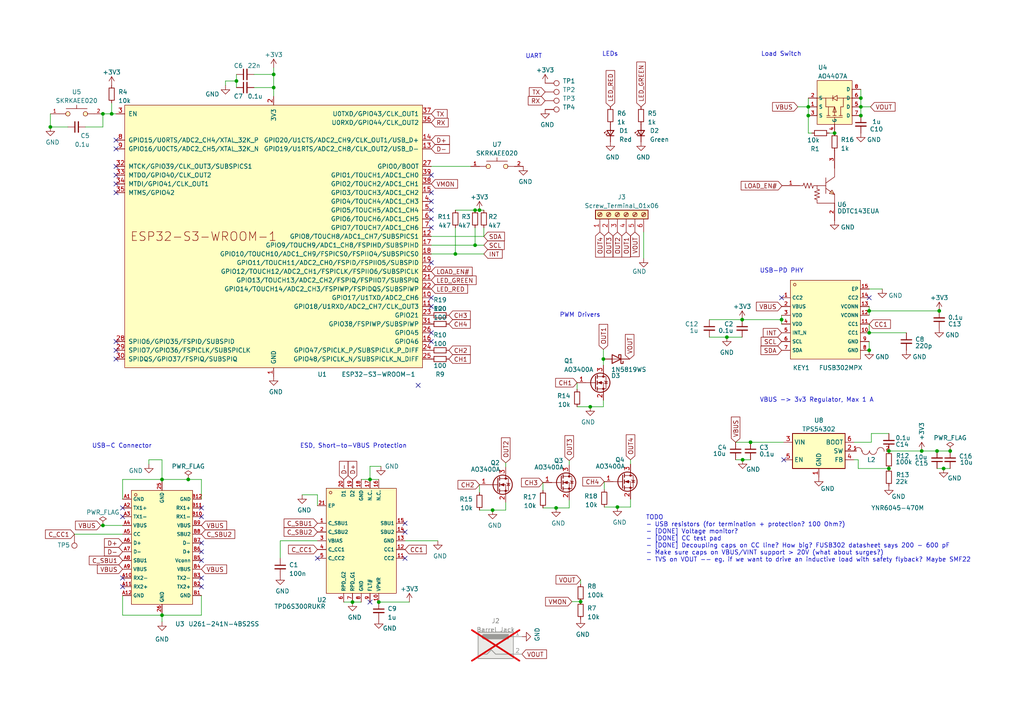
<source format=kicad_sch>
(kicad_sch (version 20230121) (generator eeschema)
  (paper "A4")
  (title_block (title "gimme-danger") (date "2024-03-08") (rev "0.0.1a") (company "rbaron.net"))
  (junction (at 14.605 36.83))
  (junction (at 242.062 38.608))
  (junction (at 179.07 147.066))
  (junction (at 29.845 152.4))
  (junction (at 267.335 130.81))
  (junction (at 275.59 130.81))
  (junction (at 32.385 33.02))
  (junction (at 249.682 28.448))
  (junction (at 226.695 92.71))
  (junction (at 252.095 90.17))
  (junction (at 273.685 135.89))
  (junction (at 137.795 71.12))
  (junction (at 46.99 139.065))
  (junction (at 79.375 21.59))
  (junction (at 217.678 128.27))
  (junction (at 249.682 30.988))
  (junction (at 257.81 135.89))
  (junction (at 79.375 25.4))
  (junction (at 171.196 117.983))
  (junction (at 68.58 23.495))
  (junction (at 234.442 30.988))
  (junction (at 234.442 33.528))
  (junction (at 210.82 97.79))
  (junction (at 161.29 147.32))
  (junction (at 175.006 104.14))
  (junction (at 139.065 60.96))
  (junction (at 215.265 92.71))
  (junction (at 132.08 73.66))
  (junction (at 109.855 174.625))
  (junction (at 257.81 130.81))
  (junction (at 54.61 139.065))
  (junction (at 271.78 130.81))
  (junction (at 252.095 101.6))
  (junction (at 272.415 90.17))
  (junction (at 252.095 96.52))
  (junction (at 142.875 147.955))
  (junction (at 168.402 174.498))
  (junction (at 46.99 178.435))
  (junction (at 249.682 33.528))
  (junction (at 107.315 139.065))
  (junction (at 215.392 133.35))
  (junction (at 29.845 33.02))
  (junction (at 102.235 174.625))
  (junction (at 137.795 60.96))
  (no_connect (at 33.655 99.06))
  (no_connect (at 33.655 40.64))
  (no_connect (at 35.56 147.32))
  (no_connect (at 121.285 111.76))
  (no_connect (at 35.56 167.64))
  (no_connect (at 125.095 63.5))
  (no_connect (at 92.075 161.925))
  (no_connect (at 33.655 53.34))
  (no_connect (at 125.095 99.06))
  (no_connect (at 252.095 86.36))
  (no_connect (at 58.42 147.32))
  (no_connect (at 227.33 133.35))
  (no_connect (at 33.655 101.6))
  (no_connect (at 117.475 154.305))
  (no_connect (at 58.42 170.18))
  (no_connect (at 58.42 167.64))
  (no_connect (at 125.095 50.8))
  (no_connect (at 125.095 55.88))
  (no_connect (at 125.095 86.36))
  (no_connect (at 33.655 50.8))
  (no_connect (at 33.655 104.14))
  (no_connect (at 33.655 43.18))
  (no_connect (at 125.095 76.2))
  (no_connect (at 125.095 66.04))
  (no_connect (at 58.42 162.56))
  (no_connect (at 33.655 55.88))
  (no_connect (at 125.095 88.9))
  (no_connect (at 107.315 174.625))
  (no_connect (at 35.56 149.86))
  (no_connect (at 58.42 157.48))
  (no_connect (at 125.095 58.42))
  (no_connect (at 33.655 48.26))
  (no_connect (at 35.56 170.18))
  (no_connect (at 117.475 151.765))
  (no_connect (at 226.695 86.36))
  (no_connect (at 125.095 96.52))
  (no_connect (at 117.475 161.925))
  (no_connect (at 125.095 60.96))
  (no_connect (at 58.42 160.02))
  (no_connect (at 58.42 149.86))
  (wire (pts (xy 35.56 178.435) (xy 46.99 178.435)))
  (wire (pts (xy 252.73 125.73) (xy 257.81 125.73)))
  (wire (pts (xy 68.58 21.59) (xy 68.58 23.495)))
  (wire (pts (xy 182.88 147.066) (xy 182.88 144.78)))
  (wire (pts (xy 231.394 30.988) (xy 234.442 30.988)))
  (wire (pts (xy 14.605 36.83) (xy 19.685 36.83)))
  (wire (pts (xy 140.335 66.04) (xy 140.335 68.58)))
  (wire (pts (xy 161.29 147.32) (xy 165.1 147.32)))
  (wire (pts (xy 46.99 178.435) (xy 58.42 178.435)))
  (wire (pts (xy 175.006 117.983) (xy 175.006 116.078)))
  (wire (pts (xy 249.682 30.988) (xy 249.682 33.528)))
  (wire (pts (xy 248.92 135.89) (xy 257.81 135.89)))
  (wire (pts (xy 32.385 29.845) (xy 32.385 33.02)))
  (wire (pts (xy 252.73 128.27) (xy 252.73 125.73)))
  (wire (pts (xy 247.65 133.35) (xy 248.92 133.35)))
  (wire (pts (xy 213.36 133.35) (xy 215.392 133.35)))
  (wire (pts (xy 73.66 21.59) (xy 79.375 21.59)))
  (wire (pts (xy 215.265 92.71) (xy 226.695 92.71)))
  (wire (pts (xy 54.61 139.065) (xy 58.42 139.065)))
  (wire (pts (xy 267.335 130.81) (xy 271.78 130.81)))
  (wire (pts (xy 65.405 23.495) (xy 68.58 23.495)))
  (wire (pts (xy 234.442 28.448) (xy 234.442 30.988)))
  (wire (pts (xy 125.095 71.12) (xy 137.795 71.12)))
  (wire (pts (xy 73.66 25.4) (xy 79.375 25.4)))
  (wire (pts (xy 252.095 96.52) (xy 262.89 96.52)))
  (wire (pts (xy 252.095 90.17) (xy 272.415 90.17)))
  (wire (pts (xy 81.28 161.925) (xy 81.28 156.845)))
  (wire (pts (xy 107.315 135.255) (xy 110.49 135.255)))
  (wire (pts (xy 234.442 33.528) (xy 234.442 38.608)))
  (wire (pts (xy 107.315 139.065) (xy 109.855 139.065)))
  (wire (pts (xy 35.56 172.72) (xy 35.56 178.435)))
  (wire (pts (xy 68.58 23.495) (xy 68.58 25.4)))
  (wire (pts (xy 107.315 139.065) (xy 107.315 135.255)))
  (wire (pts (xy 257.81 130.81) (xy 267.335 130.81)))
  (wire (pts (xy 24.765 36.83) (xy 29.845 36.83)))
  (wire (pts (xy 165.1 147.32) (xy 165.1 145.034)))
  (wire (pts (xy 29.845 152.4) (xy 35.56 152.4)))
  (wire (pts (xy 125.095 73.66) (xy 132.08 73.66)))
  (wire (pts (xy 167.386 117.983) (xy 171.196 117.983)))
  (wire (pts (xy 168.402 168.148) (xy 168.402 169.418)))
  (wire (pts (xy 179.07 147.066) (xy 182.88 147.066)))
  (wire (pts (xy 157.48 147.32) (xy 161.29 147.32)))
  (wire (pts (xy 249.682 28.448) (xy 249.682 30.988)))
  (wire (pts (xy 247.65 128.27) (xy 252.73 128.27)))
  (wire (pts (xy 132.08 60.96) (xy 137.795 60.96)))
  (wire (pts (xy 35.56 144.78) (xy 35.56 139.065)))
  (wire (pts (xy 205.74 97.79) (xy 210.82 97.79)))
  (wire (pts (xy 99.695 174.625) (xy 102.235 174.625)))
  (wire (pts (xy 175.006 101.346) (xy 175.006 104.14)))
  (wire (pts (xy 79.375 19.685) (xy 79.375 21.59)))
  (wire (pts (xy 217.678 128.27) (xy 227.33 128.27)))
  (wire (pts (xy 137.795 66.04) (xy 137.795 71.12)))
  (wire (pts (xy 46.99 139.065) (xy 46.99 139.7)))
  (wire (pts (xy 46.99 139.065) (xy 54.61 139.065)))
  (wire (pts (xy 137.795 60.96) (xy 139.065 60.96)))
  (wire (pts (xy 46.99 178.435) (xy 46.99 180.34)))
  (wire (pts (xy 132.08 66.04) (xy 132.08 73.66)))
  (wire (pts (xy 167.386 110.998) (xy 167.386 112.903)))
  (wire (pts (xy 226.695 91.44) (xy 226.695 92.71)))
  (wire (pts (xy 139.065 60.96) (xy 140.335 60.96)))
  (wire (pts (xy 43.18 134.62) (xy 43.18 133.35)))
  (wire (pts (xy 29.21 33.02) (xy 29.845 33.02)))
  (wire (pts (xy 175.26 147.066) (xy 179.07 147.066)))
  (wire (pts (xy 81.28 156.845) (xy 92.075 156.845)))
  (wire (pts (xy 32.385 33.02) (xy 33.655 33.02)))
  (wire (pts (xy 87.63 143.51) (xy 92.075 143.51)))
  (wire (pts (xy 139.065 147.955) (xy 142.875 147.955)))
  (wire (pts (xy 142.875 147.955) (xy 146.685 147.955)))
  (wire (pts (xy 210.82 97.79) (xy 215.265 97.79)))
  (wire (pts (xy 132.08 73.66) (xy 140.335 73.66)))
  (wire (pts (xy 46.99 177.8) (xy 46.99 178.435)))
  (wire (pts (xy 146.685 134.239) (xy 146.685 135.509)))
  (wire (pts (xy 65.405 24.765) (xy 65.405 23.495)))
  (wire (pts (xy 175.26 139.7) (xy 175.26 141.986)))
  (wire (pts (xy 249.682 28.448) (xy 249.682 25.908)))
  (wire (pts (xy 252.095 90.17) (xy 252.095 91.44)))
  (wire (pts (xy 29.21 152.4) (xy 29.845 152.4)))
  (wire (pts (xy 226.695 92.71) (xy 226.695 93.98)))
  (wire (pts (xy 165.862 174.498) (xy 168.402 174.498)))
  (wire (pts (xy 205.74 92.71) (xy 215.265 92.71)))
  (wire (pts (xy 252.095 83.82) (xy 255.905 83.82)))
  (wire (pts (xy 165.1 133.604) (xy 165.1 134.874)))
  (wire (pts (xy 235.458 38.608) (xy 234.442 38.608)))
  (wire (pts (xy 139.065 140.589) (xy 139.065 142.875)))
  (wire (pts (xy 213.36 128.27) (xy 217.678 128.27)))
  (wire (pts (xy 92.075 146.685) (xy 92.075 143.51)))
  (wire (pts (xy 104.775 139.065) (xy 107.315 139.065)))
  (wire (pts (xy 182.88 133.35) (xy 182.88 134.62)))
  (wire (pts (xy 137.795 71.12) (xy 140.335 71.12)))
  (wire (pts (xy 46.99 133.35) (xy 46.99 139.065)))
  (wire (pts (xy 175.006 104.14) (xy 175.006 105.918)))
  (wire (pts (xy 157.48 139.954) (xy 157.48 142.24)))
  (wire (pts (xy 102.235 174.625) (xy 104.775 174.625)))
  (wire (pts (xy 252.095 93.98) (xy 252.095 96.52)))
  (wire (pts (xy 79.375 21.59) (xy 79.375 25.4)))
  (wire (pts (xy 79.375 25.4) (xy 79.375 27.94)))
  (wire (pts (xy 14.605 33.02) (xy 14.605 36.83)))
  (wire (pts (xy 21.59 154.94) (xy 35.56 154.94)))
  (wire (pts (xy 171.196 117.983) (xy 175.006 117.983)))
  (wire (pts (xy 240.538 38.608) (xy 242.062 38.608)))
  (wire (pts (xy 29.845 33.02) (xy 32.385 33.02)))
  (wire (pts (xy 109.855 174.625) (xy 118.745 174.625)))
  (wire (pts (xy 35.56 139.065) (xy 46.99 139.065)))
  (wire (pts (xy 58.42 172.72) (xy 58.42 178.435)))
  (wire (pts (xy 125.095 68.58) (xy 140.335 68.58)))
  (wire (pts (xy 125.095 48.26) (xy 136.525 48.26)))
  (wire (pts (xy 271.78 135.89) (xy 273.685 135.89)))
  (wire (pts (xy 234.442 33.528) (xy 234.442 30.988)))
  (wire (pts (xy 58.42 139.065) (xy 58.42 144.78)))
  (wire (pts (xy 43.18 133.35) (xy 46.99 133.35)))
  (wire (pts (xy 252.095 88.9) (xy 252.095 90.17)))
  (wire (pts (xy 29.845 36.83) (xy 29.845 33.02)))
  (wire (pts (xy 249.682 30.988) (xy 252.476 30.988)))
  (wire (pts (xy 273.685 135.89) (xy 275.59 135.89)))
  (wire (pts (xy 248.92 133.35) (xy 248.92 135.89)))
  (wire (pts (xy 186.69 67.31) (xy 186.69 74.93)))
  (wire (pts (xy 146.685 147.955) (xy 146.685 145.669)))
  (wire (pts (xy 215.392 133.35) (xy 217.678 133.35)))
  (wire (pts (xy 271.78 130.81) (xy 275.59 130.81)))
  (wire (pts (xy 117.475 156.845) (xy 127 156.845)))
  (wire (pts (xy 252.095 99.06) (xy 252.095 101.6)))
  (text "ESD, Short-to-VBUS Protection" (at 86.995 130.175 0) (effects (font (size 1.27 1.27)) (justify left bottom)))
  (text "UART" (at 152.4 17.145 0) (effects (font (size 1.27 1.27)) (justify left bottom)))
  (text "USB-C Connector" (at 26.67 130.175 0) (effects (font (size 1.27 1.27)) (justify left bottom)))
  (text "VBUS -> 3v3 Regulator, Max 1 A" (at 220.345 116.84 0) (effects (font (size 1.27 1.27)) (justify left bottom)))
  (text "PWM Drivers" (at 162.306 92.202 0) (effects (font (size 1.27 1.27)) (justify left bottom)))
  (text "LEDs" (at 174.625 16.51 0) (effects (font (size 1.27 1.27)) (justify left bottom)))
  (text "Load Switch" (at 220.726 16.51 0) (effects (font (size 1.27 1.27)) (justify left bottom)))
  (text "TODO\n- USB resistors (for termination + protection? 100 Ohm?)\n- [DONE] Voltage monitor?\n- [DONE] CC test pad\n- [DONE] Decoupling caps on CC line? How big? FUSB302 datasheet says 200 - 600 pF\n- Make sure caps on VBUS/VINT support > 20V (what about surges?)\n- TVS on VOUT -- eg. if we want to drive an inductive load with safety flyback? Maybe SMF22" (at 187.325 163.195 0) (effects (font (size 1.27 1.27)) (justify left bottom)))
  (text "USB-PD PHY" (at 220.345 79.375 0) (effects (font (size 1.27 1.27)) (justify left bottom)))
  (global_label "CH4" (shape input) (at 175.26 139.7 180) (property "Intersheetrefs" "${INTERSHEET_REFS}" (effects hide)))
  (global_label "TX" (shape input) (at 125.095 33.02 0) (property "Intersheetrefs" "${INTERSHEET_REFS}" (effects hide)))
  (global_label "CH4" (shape input) (at 130.175 93.98 0) (property "Intersheetrefs" "${INTERSHEET_REFS}" (effects hide)))
  (global_label "CC1" (shape input) (at 117.475 159.385 0) (property "Intersheetrefs" "${INTERSHEET_REFS}" (effects hide)))
  (global_label "TX" (shape input) (at 158.115 26.67 180) (property "Intersheetrefs" "${INTERSHEET_REFS}" (effects hide)))
  (global_label "CH1" (shape input) (at 167.386 110.998 180) (property "Intersheetrefs" "${INTERSHEET_REFS}" (effects hide)))
  (global_label "OUT4" (shape input) (at 182.88 133.35 90) (property "Intersheetrefs" "${INTERSHEET_REFS}" (effects hide)))
  (global_label "VMON" (shape input) (at 165.862 174.498 180) (property "Intersheetrefs" "${INTERSHEET_REFS}" (effects hide)))
  (global_label "OUT3" (shape input) (at 165.1 133.604 90) (property "Intersheetrefs" "${INTERSHEET_REFS}" (effects hide)))
  (global_label "RX" (shape input) (at 158.115 29.21 180) (property "Intersheetrefs" "${INTERSHEET_REFS}" (effects hide)))
  (global_label "OUT1" (shape input) (at 181.61 67.31 270) (property "Intersheetrefs" "${INTERSHEET_REFS}" (effects hide)))
  (global_label "CH2" (shape input) (at 139.065 140.589 180) (property "Intersheetrefs" "${INTERSHEET_REFS}" (effects hide)))
  (global_label "VBUS" (shape input) (at 231.394 30.988 180) (property "Intersheetrefs" "${INTERSHEET_REFS}" (effects hide)))
  (global_label "VOUT" (shape input) (at 151.384 189.738 0) (property "Intersheetrefs" "${INTERSHEET_REFS}" (effects hide)))
  (global_label "LED_RED" (shape input) (at 177.038 30.988 90) (property "Intersheetrefs" "${INTERSHEET_REFS}" (effects hide)))
  (global_label "INT" (shape input) (at 140.335 73.66 0) (property "Intersheetrefs" "${INTERSHEET_REFS}" (effects hide)))
  (global_label "OUT3" (shape input) (at 176.53 67.31 270) (property "Intersheetrefs" "${INTERSHEET_REFS}" (effects hide)))
  (global_label "OUT2" (shape input) (at 179.07 67.31 270) (property "Intersheetrefs" "${INTERSHEET_REFS}" (effects hide)))
  (global_label "CH3" (shape input) (at 130.175 91.44 0) (property "Intersheetrefs" "${INTERSHEET_REFS}" (effects hide)))
  (global_label "D-" (shape input) (at 125.095 43.18 0) (property "Intersheetrefs" "${INTERSHEET_REFS}" (effects hide)))
  (global_label "LED_RED" (shape input) (at 125.095 83.82 0) (property "Intersheetrefs" "${INTERSHEET_REFS}" (effects hide)))
  (global_label "VBUS" (shape input) (at 213.36 128.27 90) (property "Intersheetrefs" "${INTERSHEET_REFS}" (effects hide)))
  (global_label "LOAD_EN#" (shape input) (at 125.095 78.74 0) (property "Intersheetrefs" "${INTERSHEET_REFS}" (effects hide)))
  (global_label "LED_GREEN" (shape input) (at 125.095 81.28 0) (property "Intersheetrefs" "${INTERSHEET_REFS}" (effects hide)))
  (global_label "C_CC1" (shape input) (at 21.59 154.94 180) (property "Intersheetrefs" "${INTERSHEET_REFS}" (effects hide)))
  (global_label "SCL" (shape input) (at 226.695 99.06 180) (property "Intersheetrefs" "${INTERSHEET_REFS}" (effects hide)))
  (global_label "SDA" (shape input) (at 226.695 101.6 180) (property "Intersheetrefs" "${INTERSHEET_REFS}" (effects hide)))
  (global_label "VBUS" (shape input) (at 35.56 165.1 180) (property "Intersheetrefs" "${INTERSHEET_REFS}" (effects hide)))
  (global_label "VBUS" (shape input) (at 58.42 165.1 0) (property "Intersheetrefs" "${INTERSHEET_REFS}" (effects hide)))
  (global_label "CC1" (shape input) (at 252.095 94.0209 0) (property "Intersheetrefs" "${INTERSHEET_REFS}" (effects hide)))
  (global_label "D+" (shape input) (at 35.56 157.48 180) (property "Intersheetrefs" "${INTERSHEET_REFS}" (effects hide)))
  (global_label "CH3" (shape input) (at 157.48 139.954 180) (property "Intersheetrefs" "${INTERSHEET_REFS}" (effects hide)))
  (global_label "C_SBU2" (shape input) (at 58.42 154.94 0) (property "Intersheetrefs" "${INTERSHEET_REFS}" (effects hide)))
  (global_label "C_CC1" (shape input) (at 92.075 159.385 180) (property "Intersheetrefs" "${INTERSHEET_REFS}" (effects hide)))
  (global_label "RX" (shape input) (at 125.095 35.56 0) (property "Intersheetrefs" "${INTERSHEET_REFS}" (effects hide)))
  (global_label "CH1" (shape input) (at 130.175 104.14 0) (property "Intersheetrefs" "${INTERSHEET_REFS}" (effects hide)))
  (global_label "D-" (shape input) (at 99.695 139.065 90) (property "Intersheetrefs" "${INTERSHEET_REFS}" (effects hide)))
  (global_label "INT" (shape input) (at 226.695 96.52 180) (property "Intersheetrefs" "${INTERSHEET_REFS}" (effects hide)))
  (global_label "VMON" (shape input) (at 125.095 53.34 0) (property "Intersheetrefs" "${INTERSHEET_REFS}" (effects hide)))
  (global_label "OUT2" (shape input) (at 146.685 134.239 90) (property "Intersheetrefs" "${INTERSHEET_REFS}" (effects hide)))
  (global_label "LED_GREEN" (shape input) (at 185.928 30.988 90) (property "Intersheetrefs" "${INTERSHEET_REFS}" (effects hide)))
  (global_label "VBUS" (shape input) (at 226.695 88.9 180) (property "Intersheetrefs" "${INTERSHEET_REFS}" (effects hide)))
  (global_label "VOUT" (shape input) (at 184.15 67.31 270) (property "Intersheetrefs" "${INTERSHEET_REFS}" (effects hide)))
  (global_label "LOAD_EN#" (shape input) (at 226.822 53.848 180) (property "Intersheetrefs" "${INTERSHEET_REFS}" (effects hide)))
  (global_label "VOUT" (shape input) (at 168.402 168.148 180) (property "Intersheetrefs" "${INTERSHEET_REFS}" (effects hide)))
  (global_label "SDA" (shape input) (at 140.335 68.58 0) (property "Intersheetrefs" "${INTERSHEET_REFS}" (effects hide)))
  (global_label "VBUS" (shape input) (at 29.21 152.4 180) (property "Intersheetrefs" "${INTERSHEET_REFS}" (effects hide)))
  (global_label "VOUT" (shape input) (at 182.626 104.14 90) (property "Intersheetrefs" "${INTERSHEET_REFS}" (effects hide)))
  (global_label "D-" (shape input) (at 35.56 160.02 180) (property "Intersheetrefs" "${INTERSHEET_REFS}" (effects hide)))
  (global_label "SCL" (shape input) (at 140.335 71.12 0) (property "Intersheetrefs" "${INTERSHEET_REFS}" (effects hide)))
  (global_label "C_SBU1" (shape input) (at 92.075 151.765 180) (property "Intersheetrefs" "${INTERSHEET_REFS}" (effects hide)))
  (global_label "D+" (shape input) (at 102.235 139.065 90) (property "Intersheetrefs" "${INTERSHEET_REFS}" (effects hide)))
  (global_label "D+" (shape input) (at 125.095 40.64 0) (property "Intersheetrefs" "${INTERSHEET_REFS}" (effects hide)))
  (global_label "C_SBU2" (shape input) (at 92.075 154.305 180) (property "Intersheetrefs" "${INTERSHEET_REFS}" (effects hide)))
  (global_label "C_SBU1" (shape input) (at 35.56 162.56 180) (property "Intersheetrefs" "${INTERSHEET_REFS}" (effects hide)))
  (global_label "OUT1" (shape input) (at 175.006 101.346 90) (property "Intersheetrefs" "${INTERSHEET_REFS}" (effects hide)))
  (global_label "VBUS" (shape input) (at 58.42 152.4 0) (property "Intersheetrefs" "${INTERSHEET_REFS}" (effects hide)))
  (global_label "CH2" (shape input) (at 130.175 101.6 0) (property "Intersheetrefs" "${INTERSHEET_REFS}" (effects hide)))
  (global_label "VOUT" (shape input) (at 252.476 30.988 0) (property "Intersheetrefs" "${INTERSHEET_REFS}" (effects hide)))
  (global_label "OUT4" (shape input) (at 173.99 67.31 270) (property "Intersheetrefs" "${INTERSHEET_REFS}" (effects hide)))
  (symbol (lib_id "Device:R_Small") (at 167.386 115.443 0) (mirror y) (unit 1)
    (property "Reference" "R14" (at 165.481 114.808 0) (effects (justify left)))
    (property "Value" "10k" (at 165.481 117.348 0) (effects (justify left)))
    (property "Footprint" "Resistor_SMD:R_0402_1005Metric" (effects hide))
    (property "LCSC" "C25744" (effects hide))
  )
  (symbol (lib_id "Device:R_Small") (at 175.26 144.526 0) (mirror y) (unit 1)
    (property "Reference" "R18" (at 173.355 143.891 0) (effects (justify left)))
    (property "Value" "10k" (at 173.355 146.431 0) (effects (justify left)))
    (property "Footprint" "Resistor_SMD:R_0402_1005Metric" (effects hide))
    (property "LCSC" "C25744" (effects hide))
  )
  (symbol (lib_id "PCM_Espressif:ESP32-S3-WROOM-1") (at 79.375 68.58 0) (unit 1) (in_bom no)
    (property "Reference" "U1" (at 92.075 108.585 0) (effects (justify left)))
    (property "Value" "ESP32-S3-WROOM-1" (at 99.06 108.585 0) (effects (justify left)))
    (property "Footprint" "PCM_Espressif:ESP32-S3-WROOM-1" (effects hide))
    (property "Datasheet" "https://www.espressif.com/sites/default/files/documentation/esp32-s3-wroom-1_wroom-1u_datasheet_en.pdf" (effects hide))
  )
  (symbol (lib_id "Connector:Barrel_Jack") (at 143.764 187.198 0) (unit 1) (on_board no) (dnp yes)
    (property "Reference" "J2" (at 143.764 180.086 0))
    (property "Value" "Barrel_Jack" (at 143.764 182.626 0))
  )
  (symbol (lib_id "power:PWR_FLAG") (at 54.61 139.065 0) (unit 1)
    (property "Reference" "#FLG03" (effects hide))
    (property "Value" "PWR_FLAG" (at 54.61 135.255 0))
  )
  (symbol (lib_id "power:GND") (at 273.685 135.89 0) (unit 1)
    (property "Reference" "#PWR021" (effects hide))
    (property "Value" "GND" (at 276.86 138.684 0))
  )
  (symbol (lib_id "Device:R_Small") (at 127.635 91.44 90) (mirror x) (unit 1)
    (property "Reference" "R19" (at 127.635 86.995 90))
    (property "Value" "100" (at 127.635 89.535 90))
    (property "Footprint" "Resistor_SMD:R_0402_1005Metric" (effects hide))
    (property "LCSC" "C25076" (effects hide))
  )
  (symbol (lib_id "Connector:TestPoint") (at 158.115 31.75 270) (unit 1) (in_bom no)
    (property "Reference" "TP4" (at 163.195 31.115 90) (effects (justify left)))
    (property "Value" "3v3" (effects hide))
    (property "Footprint" "TestPoint:TestPoint_Pad_D1.0mm" (effects hide))
  )
  (symbol (lib_id "Device:C_Small") (at 272.415 92.71 0) (mirror x) (unit 1)
    (property "Reference" "C13" (at 274.955 93.98 0) (effects (justify left)))
    (property "Value" "0.1u" (at 274.955 92.075 0) (effects (justify left)))
    (property "Footprint" "Capacitor_SMD:C_0402_1005Metric" (effects hide))
    (property "LCSC" "C307331" (effects hide))
  )
  (symbol (lib_id "power:GND") (at 151.765 48.26 0) (unit 1)
    (property "Reference" "#PWR030" (effects hide))
    (property "Value" "GND" (at 152.4 52.705 0))
  )
  (symbol (lib_id "Device:R_Small") (at 257.81 133.35 0) (unit 1)
    (property "Reference" "R12" (at 259.842 132.207 0) (effects (justify left)))
    (property "Value" "100k" (at 259.715 133.985 0) (effects (justify left)))
    (property "Footprint" "Resistor_SMD:R_0402_1005Metric" (effects hide))
    (property "LCSC" "C25741" (effects hide))
  )
  (symbol (lib_id "power:+3V3") (at 32.385 24.765 0) (unit 1)
    (property "Reference" "#PWR027" (effects hide))
    (property "Value" "+3V3" (at 32.385 20.955 0))
  )
  (symbol (lib_id "power:GND") (at 87.63 143.51 0) (unit 1)
    (property "Reference" "#PWR05" (effects hide))
    (property "Value" "GND" (at 88.265 147.955 0))
  )
  (symbol (lib_id "power:GND") (at 43.18 134.62 0) (unit 1)
    (property "Reference" "#PWR02" (effects hide))
    (property "Value" "GND" (at 39.37 136.525 0))
  )
  (symbol (lib_id "power:GND") (at 79.375 109.22 0) (unit 1)
    (property "Reference" "#PWR028" (effects hide))
    (property "Value" "GND" (at 80.01 113.665 0))
  )
  (symbol (lib_id "Connector:TestPoint") (at 158.115 24.13 270) (unit 1) (in_bom no)
    (property "Reference" "TP1" (at 163.195 23.495 90) (effects (justify left)))
    (property "Value" "3v3" (effects hide))
    (property "Footprint" "TestPoint:TestPoint_Pad_D1.0mm" (effects hide))
  )
  (symbol (lib_id "power:GND") (at 237.49 138.43 0) (unit 1)
    (property "Reference" "#PWR019" (effects hide))
    (property "Value" "GND" (at 240.03 141.732 0))
  )
  (symbol (lib_id "Connector:TestPoint") (at 158.115 29.21 270) (unit 1) (in_bom no)
    (property "Reference" "TP3" (at 163.195 28.575 90) (effects (justify left)))
    (property "Value" "3v3" (effects hide))
    (property "Footprint" "TestPoint:TestPoint_Pad_D1.0mm" (effects hide))
  )
  (symbol (lib_id "Device:C_Small") (at 22.225 36.83 90) (mirror x) (unit 1)
    (property "Reference" "C5" (at 26.035 39.37 90) (effects (justify left)))
    (property "Value" "0.1u" (at 26.035 41.91 90) (effects (justify left)))
    (property "Footprint" "Capacitor_SMD:C_0402_1005Metric" (effects hide))
    (property "LCSC" "C1525" (effects hide))
  )
  (symbol (lib_id "Device:C_Small") (at 71.12 21.59 90) (unit 1)
    (property "Reference" "C6" (at 70.4913 19.05 90) (effects (justify left)))
    (property "Value" "22n" (at 75.565 19.05 90) (effects (justify left)))
    (property "Footprint" "Capacitor_SMD:C_0402_1005Metric" (effects hide))
    (property "LCSC" "C1532" (effects hide))
  )
  (symbol (lib_id "Device:C_Small") (at 213.36 130.81 0) (mirror y) (unit 1)
    (property "Reference" "C4" (at 210.82 129.794 0) (effects (justify left)))
    (property "Value" "10u" (at 210.566 131.572 0) (effects (justify left)))
    (property "Footprint" "Capacitor_SMD:C_0603_1608Metric" (effects hide))
    (property "LCSC" "C96446" (effects hide))
  )
  (symbol (lib_id "power:GND") (at 262.89 101.6 0) (unit 1)
    (property "Reference" "#PWR044" (effects hide))
    (property "Value" "GND" (at 266.7 103.505 0))
  )
  (symbol (lib_id "Device:R_Small") (at 185.928 33.528 0) (unit 1)
    (property "Reference" "R5" (at 187.833 32.893 0) (effects (justify left)))
    (property "Value" "1k" (at 187.833 35.433 0) (effects (justify left)))
    (property "Footprint" "Resistor_SMD:R_0402_1005Metric" (effects hide))
    (property "LCSC" "C11702" (effects hide))
  )
  (symbol (lib_id "power:GND") (at 249.682 38.608 0) (unit 1)
    (property "Reference" "#PWR09" (effects hide))
    (property "Value" "GND" (at 253.492 40.513 0))
  )
  (symbol (lib_id "Device:R_Small") (at 127.635 104.14 270) (unit 1)
    (property "Reference" "R9" (at 127.635 108.585 90))
    (property "Value" "100" (at 127.635 106.045 90))
    (property "Footprint" "Resistor_SMD:R_0402_1005Metric" (effects hide))
    (property "LCSC" "C25076" (effects hide))
  )
  (symbol (lib_id "Device:C_Small") (at 275.59 133.35 0) (unit 1)
    (property "Reference" "C16" (at 278.13 132.334 0) (effects (justify left)))
    (property "Value" "10u" (at 278.384 134.112 0) (effects (justify left)))
    (property "Footprint" "Capacitor_SMD:C_0603_1608Metric" (effects hide))
    (property "LCSC" "C96446" (effects hide))
  )
  (symbol (lib_id "power:GND") (at 109.855 179.705 0) (unit 1)
    (property "Reference" "#PWR040" (effects hide))
    (property "Value" "GND" (at 113.03 182.245 0))
  )
  (symbol (lib_id "power:GND") (at 252.095 101.6 0) (unit 1)
    (property "Reference" "#PWR014" (effects hide))
    (property "Value" "GND" (at 255.905 103.505 0))
  )
  (symbol (lib_id "Device:C_Small") (at 262.89 99.06 0) (unit 1)
    (property "Reference" "C8" (at 265.43 98.425 0) (effects (justify left)))
    (property "Value" "220p" (at 265.43 100.33 0) (effects (justify left)))
    (property "Footprint" "Capacitor_SMD:C_0402_1005Metric" (effects hide))
    (property "LCSC" "C1530" (effects hide))
  )
  (symbol (lib_id "power:GND") (at 65.405 24.765 0) (unit 1)
    (property "Reference" "#PWR033" (effects hide))
    (property "Value" "GND" (at 61.595 27.305 0))
  )
  (symbol (lib_id "SKRKAEE020:SKRKAEE020") (at 22.225 33.02 0) (unit 1)
    (property "Reference" "U5" (at 22.225 26.67 0))
    (property "Value" "SKRKAEE020" (at 22.225 29.21 0))
    (property "Footprint" "footprint:SW-SMD_L3.9-W3.0-P4.45" (effects hide))
    (property "Datasheet" "https://item.szlcsc.com/457636.html" (effects hide))
    (property "LCSC" "C115357" (effects hide))
  )
  (symbol (lib_id "power:GND") (at 142.875 147.955 0) (unit 1)
    (property "Reference" "#PWR036" (effects hide))
    (property "Value" "GND" (at 143.51 152.4 0))
  )
  (symbol (lib_id "power:+3V3") (at 139.065 60.96 0) (unit 1)
    (property "Reference" "#PWR011" (effects hide))
    (property "Value" "+3V3" (at 139.065 57.15 0))
  )
  (symbol (lib_id "FUSB302MPX:FUSB302MPX") (at 239.395 92.71 0) (unit 1)
    (property "Reference" "KEY1" (at 232.41 106.68 0))
    (property "Value" "FUSB302MPX" (at 243.84 106.68 0))
    (property "Footprint" "footprint:MLP-14_L2.5-W2.5-P0.50-BL-EP" (effects hide))
    (property "Datasheet" "https://datasheet.lcsc.com/lcsc/2304140030_onsemi-Fusb302mpx_C442699.pdf" (effects hide))
    (property "LCSC" "C442699" (effects hide))
  )
  (symbol (lib_id "Transistor_FET:AO3400A") (at 144.145 140.589 0) (unit 1)
    (property "Reference" "Q2" (at 142.24 134.239 0) (effects (justify left)))
    (property "Value" "AO3400A" (at 136.525 136.144 0) (effects (justify left)))
    (property "Footprint" "Package_TO_SOT_SMD:SOT-23" (effects hide))
    (property "Datasheet" "http://www.aosmd.com/pdfs/datasheet/AO3400A.pdf" (effects hide))
    (property "LCSC" "C347475" (effects hide))
  )
  (symbol (lib_id "Device:C_Small") (at 217.678 130.81 0) (unit 1)
    (property "Reference" "C3" (at 220.218 129.794 0) (effects (justify left)))
    (property "Value" "0.1u" (at 220.218 131.699 0) (effects (justify left)))
    (property "Footprint" "Capacitor_SMD:C_0402_1005Metric" (effects hide))
    (property "LCSC" "C307331" (effects hide))
  )
  (symbol (lib_id "power:GND") (at 14.605 36.83 0) (unit 1)
    (property "Reference" "#PWR029" (effects hide))
    (property "Value" "GND" (at 15.24 41.275 0))
  )
  (symbol (lib_id "Diode:1N5819WS") (at 178.816 104.14 180) (unit 1)
    (property "Reference" "D3" (at 178.562 108.966 0))
    (property "Value" "1N5819WS" (at 182.372 107.188 0))
    (property "Footprint" "Diode_SMD:D_SOD-323" (effects hide))
    (property "Datasheet" "https://datasheet.lcsc.com/lcsc/2204281430_Guangdong-Hottech-1N5819WS_C191023.pdf" (effects hide))
    (property "LCSC" "C191023" (effects hide))
  )
  (symbol (lib_id "power:GND") (at 257.81 140.97 0) (unit 1)
    (property "Reference" "#PWR020" (effects hide))
    (property "Value" "GND" (at 260.604 144.018 0))
  )
  (symbol (lib_id "power:GND") (at 151.384 184.658 90) (unit 1)
    (property "Reference" "#PWR038" (effects hide))
    (property "Value" "GND" (at 155.829 184.023 0))
  )
  (symbol (lib_id "Device:C_Small") (at 109.855 177.165 0) (unit 1)
    (property "Reference" "C9" (at 112.395 176.5363 0) (effects (justify left)))
    (property "Value" "1u" (at 112.395 179.0763 0) (effects (justify left)))
    (property "Footprint" "Capacitor_SMD:C_0402_1005Metric" (effects hide))
    (property "LCSC" "C52923" (effects hide))
  )
  (symbol (lib_id "power:+3V3") (at 79.375 19.685 0) (unit 1)
    (property "Reference" "#PWR026" (effects hide))
    (property "Value" "+3V3" (at 79.375 15.875 0))
  )
  (symbol (lib_id "power:PWR_FLAG") (at 275.59 130.81 0) (unit 1)
    (property "Reference" "#FLG02" (effects hide))
    (property "Value" "PWR_FLAG" (at 275.59 127 0))
  )
  (symbol (lib_id "power:GND") (at 168.402 179.578 0) (unit 1)
    (property "Reference" "#PWR039" (effects hide))
    (property "Value" "GND" (at 169.037 184.023 0))
  )
  (symbol (lib_id "power:GND") (at 186.69 74.93 0) (unit 1)
    (property "Reference" "#PWR022" (effects hide))
    (property "Value" "GND" (at 185.42 78.74 0))
  )
  (symbol (lib_id "power:GND") (at 255.905 83.82 0) (unit 1)
    (property "Reference" "#PWR015" (effects hide))
    (property "Value" "GND" (at 259.715 85.725 0))
  )
  (symbol (lib_id "Device:C_Small") (at 81.28 164.465 0) (unit 1)
    (property "Reference" "C1" (at 83.82 163.8363 0) (effects (justify left)))
    (property "Value" "100n" (at 83.82 166.3763 0) (effects (justify left)))
    (property "Footprint" "Capacitor_SMD:C_0402_1005Metric" (effects hide))
    (property "LCSC" "C307331" (effects hide))
  )
  (symbol (lib_id "Device:R_Small") (at 140.335 63.5 0) (unit 1)
    (property "Reference" "R2" (at 141.605 62.865 0) (effects (justify left)))
    (property "Value" "4k7" (at 141.605 65.405 0) (effects (justify left)))
    (property "Footprint" "Resistor_SMD:R_0402_1005Metric" (effects hide))
    (property "LCSC" "C25900" (effects hide))
  )
  (symbol (lib_id "power:+3V3") (at 215.265 92.71 0) (unit 1)
    (property "Reference" "#PWR013" (effects hide))
    (property "Value" "+3V3" (at 215.265 88.9 0))
  )
  (symbol (lib_id "power:GND") (at 210.82 97.79 0) (mirror y) (unit 1)
    (property "Reference" "#PWR017" (effects hide))
    (property "Value" "GND" (at 210.82 102.235 0))
  )
  (symbol (lib_id "Device:C_Small") (at 205.74 95.25 0) (mirror y) (unit 1)
    (property "Reference" "C12" (at 202.565 93.98 0) (effects (justify left)))
    (property "Value" "1u" (at 202.565 95.885 0) (effects (justify left)))
    (property "Footprint" "Capacitor_SMD:C_0402_1005Metric" (effects hide))
    (property "LCSC" "C52923" (effects hide))
  )
  (symbol (lib_name "YNR6045-470M_1") (lib_id "YNR6045-470M:YNR6045-470M") (at 252.73 130.81 0) (unit 1)
    (property "Reference" "L2" (at 252.73 133.35 0))
    (property "Value" "YNR6045-470M" (at 260.35 147.32 0))
    (property "Footprint" "footprint:IND-SMD_L6.0-W6.0" (effects hide))
    (property "Datasheet" "https://item.szlcsc.com/306512.html" (effects hide))
    (property "LCSC" "C497841" (effects hide))
  )
  (symbol (lib_id "Device:R_Small") (at 237.998 38.608 90) (mirror x) (unit 1)
    (property "Reference" "R1" (at 237.744 43.18 90) (effects (justify left)))
    (property "Value" "10k" (at 237.744 40.64 90) (effects (justify left)))
    (property "Footprint" "Resistor_SMD:R_0402_1005Metric" (effects hide))
    (property "LCSC" "C25744" (effects hide))
  )
  (symbol (lib_id "Device:R_Small") (at 127.635 101.6 90) (mirror x) (unit 1)
    (property "Reference" "R10" (at 127.635 97.155 90))
    (property "Value" "100" (at 127.635 99.695 90))
    (property "Footprint" "Resistor_SMD:R_0402_1005Metric" (effects hide))
    (property "LCSC" "C25076" (effects hide))
  )
  (symbol (lib_id "power:GND") (at 102.235 174.625 0) (unit 1)
    (property "Reference" "#PWR01" (effects hide))
    (property "Value" "GND" (at 102.87 179.07 0))
  )
  (symbol (lib_id "power:PWR_FLAG") (at 29.845 152.4 0) (unit 1)
    (property "Reference" "#FLG01" (effects hide))
    (property "Value" "PWR_FLAG" (at 29.845 148.59 0))
  )
  (symbol (lib_id "Device:C_Small") (at 249.682 36.068 0) (mirror y) (unit 1)
    (property "Reference" "C10" (at 256.159 37.465 0) (effects (justify left)))
    (property "Value" "1u" (at 255.524 35.306 0) (effects (justify left)))
    (property "Footprint" "Capacitor_SMD:C_0402_1005Metric" (effects hide))
    (property "LCSC" "C52923" (effects hide))
  )
  (symbol (lib_id "Device:R_Small") (at 168.402 177.038 0) (unit 1)
    (property "Reference" "R7" (at 170.307 176.403 0) (effects (justify left)))
    (property "Value" "10k" (at 170.307 178.943 0) (effects (justify left)))
    (property "Footprint" "Resistor_SMD:R_0402_1005Metric" (effects hide))
    (property "LCSC" "C25744" (effects hide))
  )
  (symbol (lib_id "power:GND") (at 272.415 95.25 0) (unit 1)
    (property "Reference" "#PWR043" (effects hide))
    (property "Value" "GND" (at 276.225 97.155 0))
  )
  (symbol (lib_id "DDTC143EUA-7-F:DDTC143EUA-7-F") (at 242.062 53.848 0) (unit 1)
    (property "Reference" "U6" (at 242.824 59.309 0) (effects (justify left)))
    (property "Value" "DDTC143EUA" (at 242.824 61.214 0) (effects (justify left)))
    (property "Footprint" "footprint:SOT-323-3_L2.0-W1.3-P1.30-LS2.1-BR" (effects hide))
    (property "Datasheet" "https://item.szlcsc.com/76687.html" (effects hide))
    (property "LCSC" "C460045" (effects hide))
  )
  (symbol (lib_id "Device:C_Small") (at 271.78 133.35 180) (unit 1)
    (property "Reference" "C15" (at 269.24 134.366 0) (effects (justify left)))
    (property "Value" "10u" (at 268.986 132.588 0) (effects (justify left)))
    (property "Footprint" "Capacitor_SMD:C_0603_1608Metric" (effects hide))
    (property "LCSC" "C96446" (effects hide))
  )
  (symbol (lib_id "Transistor_FET:AO3400A") (at 172.466 110.998 0) (unit 1)
    (property "Reference" "Q1" (at 163.576 104.648 0) (effects (justify left)))
    (property "Value" "AO3400A" (at 163.576 107.188 0) (effects (justify left)))
    (property "Footprint" "Package_TO_SOT_SMD:SOT-23" (effects hide))
    (property "Datasheet" "http://www.aosmd.com/pdfs/datasheet/AO3400A.pdf" (effects hide))
    (property "LCSC" "C347475" (effects hide))
  )
  (symbol (lib_id "TPD6S300RUKR:TPD6S300RUKR") (at 104.775 156.845 0) (unit 1)
    (property "Reference" "U2" (at 93.345 173.99 0))
    (property "Value" "TPD6S300RUKR" (at 86.995 175.895 0))
    (property "Footprint" "footprint:WQFN-20_L3.0-W3.0-P0.40-BL-EP1.7" (effects hide))
    (property "Datasheet" "https://www.ti.com/lit/ds/symlink/tpd6s300.pdf" (effects hide))
    (property "LCSC" "C2649810" (effects hide))
  )
  (symbol (lib_id "Transistor_FET:AO3400A") (at 162.56 139.954 0) (unit 1)
    (property "Reference" "Q3" (at 160.655 133.604 0) (effects (justify left)))
    (property "Value" "AO3400A" (at 154.94 135.509 0) (effects (justify left)))
    (property "Footprint" "Package_TO_SOT_SMD:SOT-23" (effects hide))
    (property "Datasheet" "http://www.aosmd.com/pdfs/datasheet/AO3400A.pdf" (effects hide))
    (property "LCSC" "C347475" (effects hide))
  )
  (symbol (lib_id "Transistor_FET:AO3400A") (at 180.34 139.7 0) (unit 1)
    (property "Reference" "Q4" (at 178.435 133.35 0) (effects (justify left)))
    (property "Value" "AO3400A" (at 172.72 135.255 0) (effects (justify left)))
    (property "Footprint" "Package_TO_SOT_SMD:SOT-23" (effects hide))
    (property "Datasheet" "http://www.aosmd.com/pdfs/datasheet/AO3400A.pdf" (effects hide))
    (property "LCSC" "C347475" (effects hide))
  )
  (symbol (lib_id "Device:R_Small") (at 132.08 63.5 0) (mirror y) (unit 1)
    (property "Reference" "R11" (at 130.81 62.865 0) (effects (justify left)))
    (property "Value" "4k7" (at 130.81 65.405 0) (effects (justify left)))
    (property "Footprint" "Resistor_SMD:R_0402_1005Metric" (effects hide))
    (property "LCSC" "C25900" (effects hide))
  )
  (symbol (lib_id "Device:LED_Small") (at 185.928 38.608 90) (unit 1)
    (property "Reference" "D2" (at 188.468 37.9095 90) (effects (justify right)))
    (property "Value" "Green" (at 188.468 40.4495 90) (effects (justify right)))
    (property "Footprint" "LED_SMD:LED_0603_1608Metric" (effects hide))
    (property "LCSC" "C2286" (effects hide))
  )
  (symbol (lib_id "Device:R_Small") (at 32.385 27.305 0) (unit 1)
    (property "Reference" "R4" (at 34.29 26.67 0) (effects (justify left)))
    (property "Value" "10k" (at 34.29 29.21 0) (effects (justify left)))
    (property "Footprint" "Resistor_SMD:R_0402_1005Metric" (effects hide))
    (property "LCSC" "C25744" (effects hide))
  )
  (symbol (lib_id "power:GND") (at 215.392 133.35 0) (mirror y) (unit 1)
    (property "Reference" "#PWR023" (effects hide))
    (property "Value" "GND" (at 218.44 136.144 0))
  )
  (symbol (lib_id "power:GND") (at 110.49 135.255 0) (unit 1)
    (property "Reference" "#PWR07" (effects hide))
    (property "Value" "GND" (at 113.665 135.255 0))
  )
  (symbol (lib_id "power:+3V3") (at 118.745 174.625 0) (unit 1)
    (property "Reference" "#PWR04" (effects hide))
    (property "Value" "+3V3" (at 118.745 170.815 0))
  )
  (symbol (lib_id "power:+3V3") (at 267.335 130.81 0) (unit 1)
    (property "Reference" "#PWR018" (effects hide))
    (property "Value" "+3V3" (at 267.335 125.095 90))
  )
  (symbol (lib_id "power:GND") (at 177.038 41.148 0) (unit 1)
    (property "Reference" "#PWR034" (effects hide))
    (property "Value" "GND" (at 177.673 45.593 0))
  )
  (symbol (lib_id "Device:R_Small") (at 139.065 145.415 0) (mirror y) (unit 1)
    (property "Reference" "R15" (at 137.16 144.78 0) (effects (justify left)))
    (property "Value" "10k" (at 137.16 147.32 0) (effects (justify left)))
    (property "Footprint" "Resistor_SMD:R_0402_1005Metric" (effects hide))
    (property "LCSC" "C25744" (effects hide))
  )
  (symbol (lib_id "power:+3V3") (at 272.415 90.17 0) (unit 1)
    (property "Reference" "#PWR016" (effects hide))
    (property "Value" "+3V3" (at 272.415 86.36 0))
  )
  (symbol (lib_id "power:GND") (at 171.196 117.983 0) (mirror y) (unit 1)
    (property "Reference" "#PWR024" (effects hide))
    (property "Value" "GND" (at 170.561 122.428 0))
  )
  (symbol (lib_id "Device:R_Small") (at 127.635 93.98 90) (mirror x) (unit 1)
    (property "Reference" "R20" (at 127.635 89.535 90))
    (property "Value" "100" (at 127.635 92.075 90))
    (property "Footprint" "Resistor_SMD:R_0402_1005Metric" (effects hide))
    (property "LCSC" "C25076" (effects hide))
  )
  (symbol (lib_id "power:GND") (at 242.062 64.008 0) (unit 1)
    (property "Reference" "#PWR08" (effects hide))
    (property "Value" "GND" (at 245.872 65.913 0))
  )
  (symbol (lib_id "Device:C_Small") (at 215.265 95.25 0) (mirror y) (unit 1)
    (property "Reference" "C2" (at 212.725 93.98 0) (effects (justify left)))
    (property "Value" "0.1u" (at 212.725 95.885 0) (effects (justify left)))
    (property "Footprint" "Capacitor_SMD:C_0402_1005Metric" (effects hide))
    (property "LCSC" "C307331" (effects hide))
  )
  (symbol (lib_id "power:GND") (at 179.07 147.066 0) (unit 1)
    (property "Reference" "#PWR035" (effects hide))
    (property "Value" "GND" (at 179.705 151.511 0))
  )
  (symbol (lib_id "SKRKAEE020:SKRKAEE020") (at 144.145 48.26 0) (unit 1)
    (property "Reference" "U7" (at 144.145 41.91 0))
    (property "Value" "SKRKAEE020" (at 144.145 44.45 0))
    (property "Footprint" "footprint:SW-SMD_L3.9-W3.0-P4.45" (effects hide))
    (property "Datasheet" "https://item.szlcsc.com/457636.html" (effects hide))
    (property "LCSC" "C115357" (effects hide))
  )
  (symbol (lib_id "AO4407A:AO4407A") (at 242.062 30.988 270) (mirror x) (unit 1)
    (property "Reference" "U4" (at 237.236 19.558 90) (effects (justify left)))
    (property "Value" "AO4407A" (at 237.236 22.098 90) (effects (justify left)))
    (property "Footprint" "footprint:SOIC-8_L4.9-W3.9-P1.27-LS6.0-BL" (effects hide))
    (property "Datasheet" "https://so.szlcsc.com/global.html?c=&k=C9843" (effects hide))
    (property "LCSC" "C16072" (effects hide))
  )
  (symbol (lib_id "Device:R_Small") (at 137.795 63.5 0) (mirror y) (unit 1)
    (property "Reference" "R3" (at 136.525 62.865 0) (effects (justify left)))
    (property "Value" "4k7" (at 136.525 65.405 0) (effects (justify left)))
    (property "Footprint" "Resistor_SMD:R_0402_1005Metric" (effects hide))
    (property "LCSC" "C25900" (effects hide))
  )
  (symbol (lib_id "power:GND") (at 158.115 31.75 0) (unit 1)
    (property "Reference" "#PWR032" (effects hide))
    (property "Value" "GND" (at 158.75 36.195 0))
  )
  (symbol (lib_id "Device:R_Small") (at 242.062 41.148 180) (unit 1)
    (property "Reference" "R16" (at 243.84 40.513 0) (effects (justify right)))
    (property "Value" "1k" (at 243.84 43.053 0) (effects (justify right)))
    (property "Footprint" "Resistor_SMD:R_0402_1005Metric" (effects hide))
    (property "LCSC" "C11702" (effects hide))
  )
  (symbol (lib_id "power:GND") (at 161.29 147.32 0) (unit 1)
    (property "Reference" "#PWR025" (effects hide))
    (property "Value" "GND" (at 161.925 151.765 0))
  )
  (symbol (lib_id "Device:C_Small") (at 257.81 128.27 0) (mirror x) (unit 1)
    (property "Reference" "C14" (at 259.715 128.905 0) (effects (justify left)))
    (property "Value" "0.1u" (at 259.715 127 0) (effects (justify left)))
    (property "Footprint" "Capacitor_SMD:C_0402_1005Metric" (effects hide))
    (property "LCSC" "C307331" (effects hide))
  )
  (symbol (lib_id "Device:R_Small") (at 177.038 33.528 0) (unit 1)
    (property "Reference" "R6" (at 178.943 32.893 0) (effects (justify left)))
    (property "Value" "1k" (at 178.943 35.433 0) (effects (justify left)))
    (property "Footprint" "Resistor_SMD:R_0402_1005Metric" (effects hide))
    (property "LCSC" "C11702" (effects hide))
  )
  (symbol (lib_id "Regulator_Switching:TPS54302") (at 237.49 130.81 0) (unit 1)
    (property "Reference" "U8" (at 237.49 121.92 0))
    (property "Value" "TPS54302" (at 237.49 124.46 0))
    (property "Footprint" "Package_TO_SOT_SMD:SOT-23-6" (effects hide))
    (property "Datasheet" "http://www.ti.com/lit/ds/symlink/tps54302.pdf" (effects hide))
    (property "LCSC" "C311983" (effects hide))
  )
  (symbol (lib_id "power:GND") (at 46.99 180.34 0) (unit 1)
    (property "Reference" "#PWR03" (effects hide))
    (property "Value" "GND" (at 46.99 185.42 0))
  )
  (symbol (lib_id "power:+3V3") (at 158.115 24.13 0) (unit 1)
    (property "Reference" "#PWR031" (effects hide))
    (property "Value" "+3V3" (at 158.115 20.32 0))
  )
  (symbol (lib_id "Device:R_Small") (at 168.402 171.958 0) (unit 1)
    (property "Reference" "R8" (at 170.307 170.053 0) (effects (justify left)))
    (property "Value" "100k" (at 170.307 172.593 0) (effects (justify left)))
    (property "Footprint" "Resistor_SMD:R_0402_1005Metric" (effects hide))
    (property "LCSC" "C25741" (effects hide))
  )
  (symbol (lib_id "Device:C_Small") (at 71.12 25.4 90) (mirror x) (unit 1)
    (property "Reference" "C7" (at 70.485 27.94 90) (effects (justify left)))
    (property "Value" "0.1u" (at 76.2 27.94 90) (effects (justify left)))
    (property "Footprint" "Capacitor_SMD:C_0402_1005Metric" (effects hide))
    (property "LCSC" "C1525" (effects hide))
  )
  (symbol (lib_id "power:GND") (at 127 156.845 0) (unit 1)
    (property "Reference" "#PWR012" (effects hide))
    (property "Value" "GND" (at 127.635 161.29 0))
  )
  (symbol (lib_id "power:GND") (at 81.28 167.005 0) (unit 1)
    (property "Reference" "#PWR06" (effects hide))
    (property "Value" "GND" (at 81.915 171.45 0))
  )
  (symbol (lib_id "Device:R_Small") (at 157.48 144.78 0) (mirror y) (unit 1)
    (property "Reference" "R17" (at 155.575 144.145 0) (effects (justify left)))
    (property "Value" "10k" (at 155.575 146.685 0) (effects (justify left)))
    (property "Footprint" "Resistor_SMD:R_0402_1005Metric" (effects hide))
    (property "LCSC" "C25744" (effects hide))
  )
  (symbol (lib_id "power:GND") (at 185.928 41.148 0) (unit 1)
    (property "Reference" "#PWR010" (effects hide))
    (property "Value" "GND" (at 186.563 45.593 0))
  )
  (symbol (lib_id "Connector:TestPoint") (at 158.115 26.67 270) (unit 1) (in_bom no)
    (property "Reference" "TP2" (at 163.195 26.035 90) (effects (justify left)))
    (property "Value" "3v3" (effects hide))
    (property "Footprint" "TestPoint:TestPoint_Pad_D1.0mm" (effects hide))
  )
  (symbol (lib_id "Device:R_Small") (at 257.81 138.43 0) (unit 1)
    (property "Reference" "R13" (at 259.8674 137.7188 0) (effects (justify left)))
    (property "Value" "22k" (at 259.715 139.7 0) (effects (justify left)))
    (property "Footprint" "Resistor_SMD:R_0402_1005Metric" (effects hide))
    (property "LCSC" "C25768" (effects hide))
  )
  (symbol (lib_id "Device:LED_Small") (at 177.038 38.608 90) (unit 1)
    (property "Reference" "D1" (at 179.578 37.9095 90) (effects (justify right)))
    (property "Value" "Red" (at 179.578 40.4495 90) (effects (justify right)))
    (property "Footprint" "LED_SMD:LED_0603_1608Metric" (effects hide))
    (property "LCSC" "C2286" (effects hide))
  )
  (symbol (lib_id "U261-241N-4BS2SS:U261-241N-4BS2SS") (at 46.99 158.75 0) (unit 1)
    (property "Reference" "U3" (at 50.8 180.975 0) (effects (justify left)))
    (property "Value" "U261-241N-4BS2SS" (at 54.61 180.975 0) (effects (justify left)))
    (property "Footprint" "footprint:USB-C-SMD_U261-241N-4BS2SS" (effects hide))
    (property "Datasheet" "https://atta.szlcsc.com/upload/public/pdf/source/20211229/8816670D37F7BADECA999C720C1B1E92.pdf" (effects hide))
    (property "LCSC" "C2938596" (effects hide))
  )
  (symbol (lib_id "Connector:Screw_Terminal_01x06") (at 179.07 62.23 90) (unit 1) (in_bom no)
    (property "Reference" "J3" (at 180.34 57.15 90))
    (property "Value" "Screw_Terminal_01x06" (at 180.34 59.69 90))
    (property "Footprint" "TerminalBlock_Phoenix:TerminalBlock_Phoenix_MKDS-1,5-6_1x06_P5.00mm_Horizontal" (effects hide))
  )
  (symbol (lib_id "Connector:TestPoint") (at 21.59 154.94 180) (unit 1) (in_bom no)
    (property "Reference" "TP5" (at 20.32 158.115 0) (effects (justify left)))
    (property "Value" "3v3" (effects hide))
    (property "Footprint" "TestPoint:TestPoint_Pad_D1.0mm" (effects hide))
  )
)
</source>
